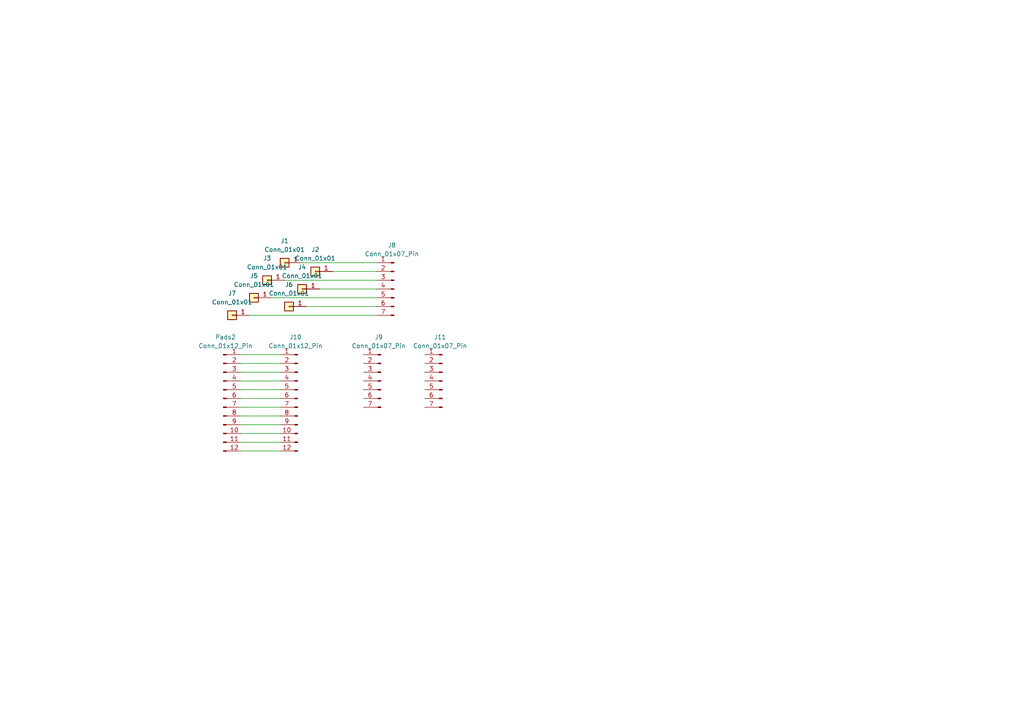
<source format=kicad_sch>
(kicad_sch (version 20230121) (generator eeschema)
  (paper "A4")
  (lib_symbols
    (symbol "Connector:Conn_01x07_Pin" (pin_names (offset 1.016) hide)
      (property "Reference" "J" (at 0 10.16 0))
      (property "Value" "Conn_01x07_Pin" (at 0 -10.16 0))
      (symbol "Conn_01x07_Pin_1_1"
        (polyline (pts (xy 1.27 -7.62) (xy 0.8636 -7.62)) (stroke (width 0.1524)))
        (polyline (pts (xy 1.27 -5.08) (xy 0.8636 -5.08)) (stroke (width 0.1524)))
        (polyline (pts (xy 1.27 -2.54) (xy 0.8636 -2.54)) (stroke (width 0.1524)))
        (polyline (pts (xy 1.27 0) (xy 0.8636 0)) (stroke (width 0.1524)))
        (polyline (pts (xy 1.27 2.54) (xy 0.8636 2.54)) (stroke (width 0.1524)))
        (polyline (pts (xy 1.27 5.08) (xy 0.8636 5.08)) (stroke (width 0.1524)))
        (polyline (pts (xy 1.27 7.62) (xy 0.8636 7.62)) (stroke (width 0.1524)))
        (rectangle (start 0.8636 -7.493) (end 0 -7.747) (stroke (width 0.1524)) (fill (type outline)))
        (rectangle (start 0.8636 -4.953) (end 0 -5.207) (stroke (width 0.1524)) (fill (type outline)))
        (rectangle (start 0.8636 -2.413) (end 0 -2.667) (stroke (width 0.1524)) (fill (type outline)))
        (rectangle (start 0.8636 0.127) (end 0 -0.127) (stroke (width 0.1524)) (fill (type outline)))
        (rectangle (start 0.8636 2.667) (end 0 2.413) (stroke (width 0.1524)) (fill (type outline)))
        (rectangle (start 0.8636 5.207) (end 0 4.953) (stroke (width 0.1524)) (fill (type outline)))
        (rectangle (start 0.8636 7.747) (end 0 7.493) (stroke (width 0.1524)) (fill (type outline)))
        (pin passive line (at 5.08 7.62 180) (length 3.81) (name "Pin_1") (number "1"))
        (pin passive line (at 5.08 5.08 180) (length 3.81) (name "Pin_2") (number "2"))
        (pin passive line (at 5.08 2.54 180) (length 3.81) (name "Pin_3") (number "3"))
        (pin passive line (at 5.08 0 180) (length 3.81) (name "Pin_4") (number "4"))
        (pin passive line (at 5.08 -2.54 180) (length 3.81) (name "Pin_5") (number "5"))
        (pin passive line (at 5.08 -5.08 180) (length 3.81) (name "Pin_6") (number "6"))
        (pin passive line (at 5.08 -7.62 180) (length 3.81) (name "Pin_7") (number "7"))
      )
    )
    (symbol "Connector:Conn_01x12_Pin" (pin_names (offset 1.016) hide)
      (property "Reference" "J" (at 0 15.24 0))
      (property "Value" "Conn_01x12_Pin" (at 0 -17.78 0))
      (symbol "Conn_01x12_Pin_1_1"
        (polyline (pts (xy 1.27 -15.24) (xy 0.8636 -15.24)) (stroke (width 0.1524)))
        (polyline (pts (xy 1.27 -12.7) (xy 0.8636 -12.7)) (stroke (width 0.1524)))
        (polyline (pts (xy 1.27 -10.16) (xy 0.8636 -10.16)) (stroke (width 0.1524)))
        (polyline (pts (xy 1.27 -7.62) (xy 0.8636 -7.62)) (stroke (width 0.1524)))
        (polyline (pts (xy 1.27 -5.08) (xy 0.8636 -5.08)) (stroke (width 0.1524)))
        (polyline (pts (xy 1.27 -2.54) (xy 0.8636 -2.54)) (stroke (width 0.1524)))
        (polyline (pts (xy 1.27 0) (xy 0.8636 0)) (stroke (width 0.1524)))
        (polyline (pts (xy 1.27 2.54) (xy 0.8636 2.54)) (stroke (width 0.1524)))
        (polyline (pts (xy 1.27 5.08) (xy 0.8636 5.08)) (stroke (width 0.1524)))
        (polyline (pts (xy 1.27 7.62) (xy 0.8636 7.62)) (stroke (width 0.1524)))
        (polyline (pts (xy 1.27 10.16) (xy 0.8636 10.16)) (stroke (width 0.1524)))
        (polyline (pts (xy 1.27 12.7) (xy 0.8636 12.7)) (stroke (width 0.1524)))
        (rectangle (start 0.8636 -15.113) (end 0 -15.367) (stroke (width 0.1524)) (fill (type outline)))
        (rectangle (start 0.8636 -12.573) (end 0 -12.827) (stroke (width 0.1524)) (fill (type outline)))
        (rectangle (start 0.8636 -10.033) (end 0 -10.287) (stroke (width 0.1524)) (fill (type outline)))
        (rectangle (start 0.8636 -7.493) (end 0 -7.747) (stroke (width 0.1524)) (fill (type outline)))
        (rectangle (start 0.8636 -4.953) (end 0 -5.207) (stroke (width 0.1524)) (fill (type outline)))
        (rectangle (start 0.8636 -2.413) (end 0 -2.667) (stroke (width 0.1524)) (fill (type outline)))
        (rectangle (start 0.8636 0.127) (end 0 -0.127) (stroke (width 0.1524)) (fill (type outline)))
        (rectangle (start 0.8636 2.667) (end 0 2.413) (stroke (width 0.1524)) (fill (type outline)))
        (rectangle (start 0.8636 5.207) (end 0 4.953) (stroke (width 0.1524)) (fill (type outline)))
        (rectangle (start 0.8636 7.747) (end 0 7.493) (stroke (width 0.1524)) (fill (type outline)))
        (rectangle (start 0.8636 10.287) (end 0 10.033) (stroke (width 0.1524)) (fill (type outline)))
        (rectangle (start 0.8636 12.827) (end 0 12.573) (stroke (width 0.1524)) (fill (type outline)))
        (pin passive line (at 5.08 12.7 180) (length 3.81) (name "Pin_1") (number "1"))
        (pin passive line (at 5.08 -10.16 180) (length 3.81) (name "Pin_10") (number "10"))
        (pin passive line (at 5.08 -12.7 180) (length 3.81) (name "Pin_11") (number "11"))
        (pin passive line (at 5.08 -15.24 180) (length 3.81) (name "Pin_12") (number "12"))
        (pin passive line (at 5.08 10.16 180) (length 3.81) (name "Pin_2") (number "2"))
        (pin passive line (at 5.08 7.62 180) (length 3.81) (name "Pin_3") (number "3"))
        (pin passive line (at 5.08 5.08 180) (length 3.81) (name "Pin_4") (number "4"))
        (pin passive line (at 5.08 2.54 180) (length 3.81) (name "Pin_5") (number "5"))
        (pin passive line (at 5.08 0 180) (length 3.81) (name "Pin_6") (number "6"))
        (pin passive line (at 5.08 -2.54 180) (length 3.81) (name "Pin_7") (number "7"))
        (pin passive line (at 5.08 -5.08 180) (length 3.81) (name "Pin_8") (number "8"))
        (pin passive line (at 5.08 -7.62 180) (length 3.81) (name "Pin_9") (number "9"))
      )
    )
    (symbol "Connector_Generic:Conn_01x01" (pin_names (offset 1.016) hide)
      (property "Reference" "J" (at 0 2.54 0))
      (property "Value" "Conn_01x01" (at 0 -2.54 0))
      (symbol "Conn_01x01_1_1"
        (rectangle (start -1.27 0.127) (end 0 -0.127) (stroke (width 0.1524)))
        (rectangle (start -1.27 1.27) (end 1.27 -1.27) (stroke (width 0.254)) (fill (type background)))
        (pin passive line (at -5.08 0 0) (length 3.81) (name "Pin_1") (number "1"))
      )
    )
  )
  (wire (pts (xy 81.28 107.95) (xy 69.85 107.95)))
  (wire (pts (xy 81.28 113.03) (xy 69.85 113.03)))
  (wire (pts (xy 81.28 102.87) (xy 69.85 102.87)))
  (wire (pts (xy 81.28 120.65) (xy 69.85 120.65)))
  (wire (pts (xy 96.52 78.74) (xy 109.22 78.74)))
  (wire (pts (xy 87.63 76.2) (xy 109.22 76.2)))
  (wire (pts (xy 81.28 118.11) (xy 69.85 118.11)))
  (wire (pts (xy 81.28 115.57) (xy 69.85 115.57)))
  (wire (pts (xy 81.28 130.81) (xy 69.85 130.81)))
  (wire (pts (xy 81.28 105.41) (xy 69.85 105.41)))
  (wire (pts (xy 81.28 110.49) (xy 69.85 110.49)))
  (wire (pts (xy 81.28 123.19) (xy 69.85 123.19)))
  (wire (pts (xy 109.22 83.82) (xy 92.71 83.82)))
  (wire (pts (xy 81.28 125.73) (xy 69.85 125.73)))
  (wire (pts (xy 82.55 81.28) (xy 109.22 81.28)))
  (wire (pts (xy 72.39 91.44) (xy 109.22 91.44)))
  (wire (pts (xy 78.74 86.36) (xy 109.22 86.36)))
  (wire (pts (xy 88.9 88.9) (xy 109.22 88.9)))
  (wire (pts (xy 81.28 128.27) (xy 69.85 128.27)))
  (symbol (lib_id "Connector:Conn_01x07_Pin") (at 110.49 110.49 0) (mirror y) (unit 1)
    (property "Reference" "J9" (at 109.855 97.79 0))
    (property "Value" "Conn_01x07_Pin" (at 109.855 100.33 0))
    (property "Footprint" "Connector_PinHeader_2.54mm:PinHeader_1x07_P2.54mm_Vertical" (effects hide))
  )
  (symbol (lib_id "Connector:Conn_01x12_Pin") (at 86.36 115.57 0) (mirror y) (unit 1)
    (property "Reference" "J10" (at 85.725 97.79 0))
    (property "Value" "Conn_01x12_Pin" (at 85.725 100.33 0))
  )
  (symbol (lib_id "Connector:Conn_01x12_Pin") (at 64.77 115.57 0) (unit 1)
    (property "Reference" "Pads2" (at 65.405 97.79 0))
    (property "Value" "Conn_01x12_Pin" (at 65.405 100.33 0))
  )
  (symbol (lib_id "Connector_Generic:Conn_01x01") (at 73.66 86.36 0) (mirror y) (unit 1)
    (property "Reference" "J5" (at 73.66 80.01 0))
    (property "Value" "Conn_01x01" (at 73.66 82.55 0))
    (property "Footprint" "clipboard:4807e8d7-bff8-4c85-8422-397af0b06065" (effects hide))
  )
  (symbol (lib_id "Connector:Conn_01x07_Pin") (at 128.27 110.49 0) (mirror y) (unit 1)
    (property "Reference" "J11" (at 127.635 97.79 0))
    (property "Value" "Conn_01x07_Pin" (at 127.635 100.33 0))
    (property "Footprint" "Connector_PinHeader_2.54mm:PinHeader_1x07_P2.54mm_Vertical" (effects hide))
  )
  (symbol (lib_id "Connector_Generic:Conn_01x01") (at 82.55 76.2 0) (mirror y) (unit 1)
    (property "Reference" "J1" (at 82.55 69.85 0))
    (property "Value" "Conn_01x01" (at 82.55 72.39 0))
    (property "Footprint" "clipboard:4807e8d7-bff8-4c85-8422-397af0b06065" (effects hide))
  )
  (symbol (lib_id "Connector_Generic:Conn_01x01") (at 67.31 91.44 0) (mirror y) (unit 1)
    (property "Reference" "J7" (at 67.31 85.09 0))
    (property "Value" "Conn_01x01" (at 67.31 87.63 0))
    (property "Footprint" "clipboard:4807e8d7-bff8-4c85-8422-397af0b06065" (effects hide))
  )
  (symbol (lib_id "Connector_Generic:Conn_01x01") (at 77.47 81.28 0) (mirror y) (unit 1)
    (property "Reference" "J3" (at 77.47 74.93 0))
    (property "Value" "Conn_01x01" (at 77.47 77.47 0))
    (property "Footprint" "clipboard:4807e8d7-bff8-4c85-8422-397af0b06065" (effects hide))
  )
  (symbol (lib_id "Connector_Generic:Conn_01x01") (at 87.63 83.82 0) (mirror y) (unit 1)
    (property "Reference" "J4" (at 87.63 77.47 0))
    (property "Value" "Conn_01x01" (at 87.63 80.01 0))
    (property "Footprint" "clipboard:4807e8d7-bff8-4c85-8422-397af0b06065" (effects hide))
  )
  (symbol (lib_id "Connector:Conn_01x07_Pin") (at 114.3 83.82 0) (mirror y) (unit 1)
    (property "Reference" "J8" (at 113.665 71.12 0))
    (property "Value" "Conn_01x07_Pin" (at 113.665 73.66 0))
    (property "Footprint" "Connector_PinHeader_2.54mm:PinHeader_1x07_P2.54mm_Vertical" (effects hide))
  )
  (symbol (lib_id "Connector_Generic:Conn_01x01") (at 91.44 78.74 0) (mirror y) (unit 1)
    (property "Reference" "J2" (at 91.44 72.39 0))
    (property "Value" "Conn_01x01" (at 91.44 74.93 0))
    (property "Footprint" "clipboard:4807e8d7-bff8-4c85-8422-397af0b06065" (effects hide))
  )
  (symbol (lib_id "Connector_Generic:Conn_01x01") (at 83.82 88.9 0) (mirror y) (unit 1)
    (property "Reference" "J6" (at 83.82 82.55 0))
    (property "Value" "Conn_01x01" (at 83.82 85.09 0))
    (property "Footprint" "clipboard:4807e8d7-bff8-4c85-8422-397af0b06065" (effects hide))
  )
)
</source>
